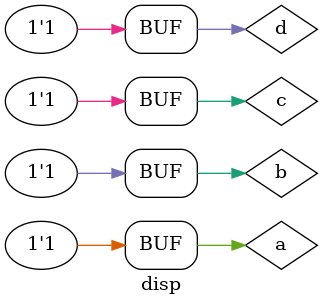
<source format=v>

module fun(F,A,B,C,D);
output F;
input A,B,C,D;
wire T1,T2,T3,T4,T5,T6,T7,T8;
not (T1,A),(T2,B),(T3,C),(T4,D);
and(T5,T1,T2,T4),(T6,T1,B,D),(T7,T1,T3),(T8,A,C,D);
or(F,T5,T6,T7,T8);
endmodule

module disp;
reg a,b,c,d;
wire f;
fun fn1(f,a,b,c,d);
initial begin
    $dumpfile("1.vcd");
    $dumpvars(1);
end
initial begin
    $display("");
    $display("a b c d f");
    $monitor(a," ",b," ",c," ",d," ",f);
    a=0;b=0;c=0;d=0;
    #10 d=1;
    #10 c=1;d=0;
    #10 d=1;
    #10 b=1;c=0;d=0;
    #10 d=1;
    #10 c=1;d=0;
    #10 d=1;
    #10 a=1;b=0;c=0;d=0;
    #10 d=1;
    #10 c=1;d=0;
    #10 d=1;
    #10 b=1;c=0;d=0;
    #10 d=1;
    #10 c=1;d=0;
    #10 d=1;
end
endmodule

</source>
